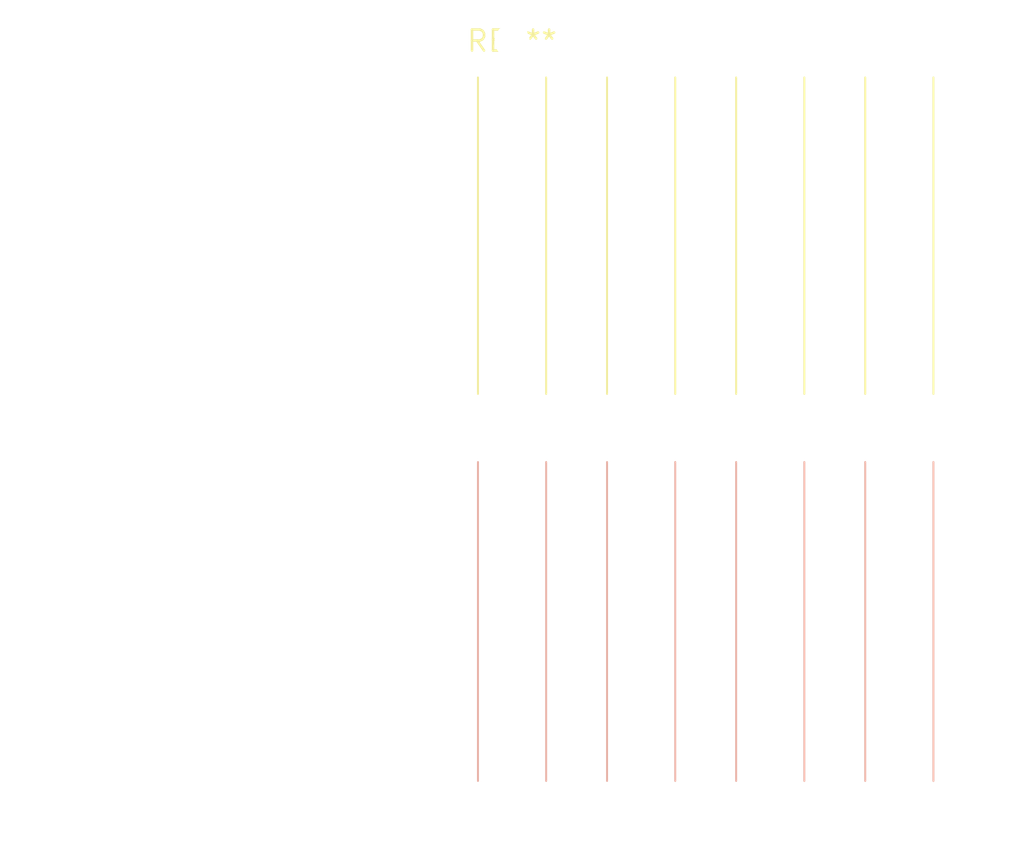
<source format=kicad_pcb>
(kicad_pcb (version 20240108) (generator pcbnew)
  (layers (0 "F.Cu" signal) (31 "B.Cu" signal) (34 "B.Paste" user) (35 "F.Paste" user) (36 "B.SilkS" user "B.Silkscreen") (37 "F.SilkS" user "F.Silkscreen") (38 "B.Mask" user) (39 "F.Mask" user) (44 "Edge.Cuts" user))
  (net 0 "")
  (footprint "SolderWire-1.5sqmm_1x04_P7.8mm_D1.7mm_OD3.9mm_Relief2x" (layer "F.Cu") (at 0 0)
    (property "Reference" "REF**")
    (property "Value" "SolderWire-1.5sqmm_1x04_P7.8mm_D1.7mm_OD3.9mm_Relief2x")
    (fp_line (start -2.06 25.46) (end -2.06 44.74) (layer "B.SilkS") (stroke (width 0.12)))
    (fp_line (start 2.06 25.46) (end 2.06 44.74) (layer "B.SilkS") (stroke (width 0.12)))
    (fp_line (start 5.74 25.46) (end 5.74 44.74) (layer "B.SilkS") (stroke (width 0.12)))
    (fp_line (start 9.86 25.46) (end 9.86 44.74) (layer "B.SilkS") (stroke (width 0.12)))
    (fp_line (start 13.54 25.46) (end 13.54 44.74) (layer "B.SilkS") (stroke (width 0.12)))
    (fp_line (start 17.66 25.46) (end 17.66 44.74) (layer "B.SilkS") (stroke (width 0.12)))
    (fp_line (start 21.34 25.46) (end 21.34 44.74) (layer "B.SilkS") (stroke (width 0.12)))
    (fp_line (start 25.46 25.46) (end 25.46 44.74) (layer "B.SilkS") (stroke (width 0.12)))
    (fp_line (start -2.06 2.21) (end -2.06 21.34) (layer "F.SilkS") (stroke (width 0.12)))
    (fp_line (start 2.06 2.21) (end 2.06 21.34) (layer "F.SilkS") (stroke (width 0.12)))
    (fp_line (start 5.74 2.21) (end 5.74 21.34) (layer "F.SilkS") (stroke (width 0.12)))
    (fp_line (start 9.86 2.21) (end 9.86 21.34) (layer "F.SilkS") (stroke (width 0.12)))
    (fp_line (start 13.54 2.21) (end 13.54 21.34) (layer "F.SilkS") (stroke (width 0.12)))
    (fp_line (start 17.66 2.21) (end 17.66 21.34) (layer "F.SilkS") (stroke (width 0.12)))
    (fp_line (start 21.34 2.21) (end 21.34 21.34) (layer "F.SilkS") (stroke (width 0.12)))
    (fp_line (start 25.46 2.21) (end 25.46 21.34) (layer "F.SilkS") (stroke (width 0.12)))
    (pad "" np_thru_hole circle (at 0 23.4) (size 4.4 4.4) (drill 4.4) (layers *.Cu *.Mask))
    (pad "" np_thru_hole circle (at 0 46.8) (size 4.4 4.4) (drill 4.4) (layers *.Cu *.Mask))
    (pad "" np_thru_hole circle (at 7.8 23.4) (size 4.4 4.4) (drill 4.4) (layers *.Cu *.Mask))
    (pad "" np_thru_hole circle (at 7.8 46.8) (size 4.4 4.4) (drill 4.4) (layers *.Cu *.Mask))
    (pad "" np_thru_hole circle (at 15.6 23.4) (size 4.4 4.4) (drill 4.4) (layers *.Cu *.Mask))
    (pad "" np_thru_hole circle (at 15.6 46.8) (size 4.4 4.4) (drill 4.4) (layers *.Cu *.Mask))
    (pad "" np_thru_hole circle (at 23.4 23.4) (size 4.4 4.4) (drill 4.4) (layers *.Cu *.Mask))
    (pad "" np_thru_hole circle (at 23.4 46.8) (size 4.4 4.4) (drill 4.4) (layers *.Cu *.Mask))
    (pad "1" thru_hole roundrect (at 0 0) (size 3.9 3.9) (drill 2.1) (layers *.Cu *.Mask) (remove_unused_layers) (roundrect_rratio 0.064103))
    (pad "2" thru_hole circle (at 7.8 0) (size 3.9 3.9) (drill 2.1) (layers *.Cu *.Mask) (remove_unused_layers))
    (pad "3" thru_hole circle (at 15.6 0) (size 3.9 3.9) (drill 2.1) (layers *.Cu *.Mask) (remove_unused_layers))
    (pad "4" thru_hole circle (at 23.4 0) (size 3.9 3.9) (drill 2.1) (layers *.Cu *.Mask) (remove_unused_layers))
  )
)
</source>
